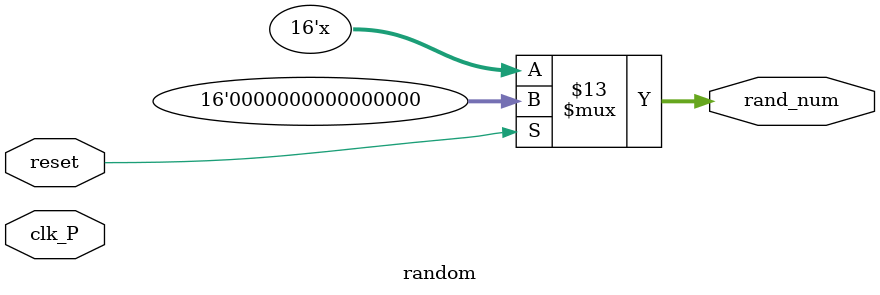
<source format=v>
`timescale 1ns / 1ps

module random(clk_P, reset, rand_num);
   input        clk_P;
   input        reset;
	output [15:0] rand_num;
	
   reg [15:0]    z;
   wire   qz;
   reg [15:0] rand_num;
	
   always @(*)
   begin
      if (reset == 1'b1)
      begin
         z <= 16'b1001001001000100;//seed
         rand_num <= {16{1'b0}};
      end
      else 
      begin
         z[15:1] <= z[14:0];
         z[0] <= qz;
         rand_num <= {z[1], z[3], z[5], z[7], z[9], z[11], z[13], z[15],
         z[0], z[2], z[4], z[6], z[8], z[10], z[12], z[14]};
      end
   end
   assign qz = z[15] ^ z[14] ^ z[12] ^ z[3]; //·´À¡º¯Êý£¨³éÍ·ÐòÁÐ1101000000001000£©
	
endmodule

</source>
